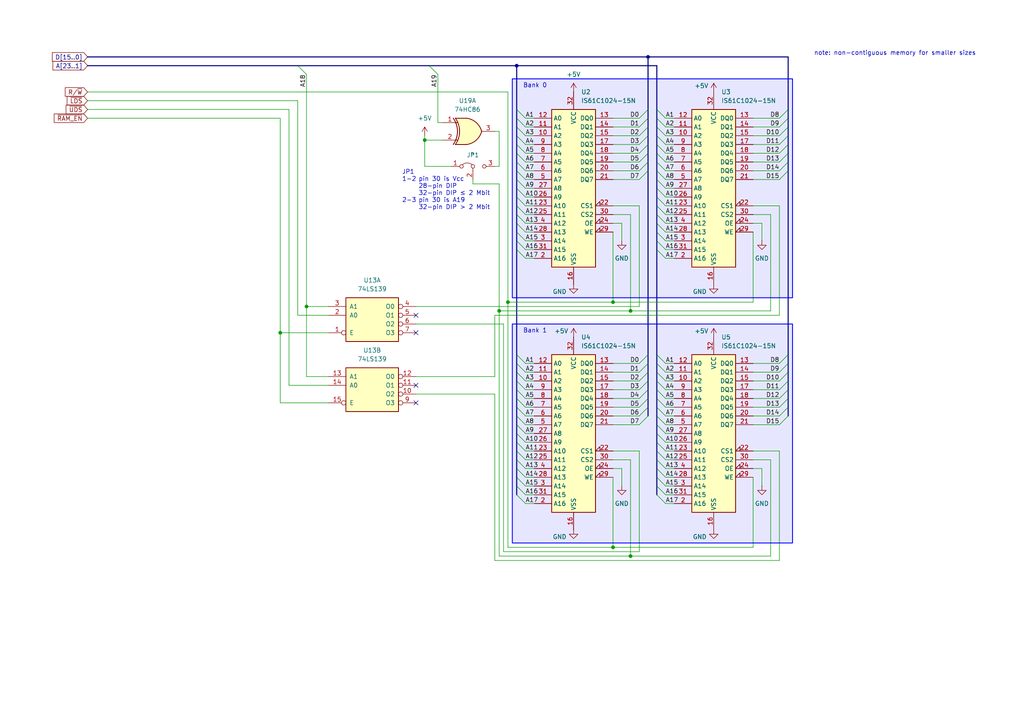
<source format=kicad_sch>
(kicad_sch (version 20231120) (generator "eeschema") (generator_version "8.0")
  (paper "A4")
  (lib_symbols
    (symbol "74xx:74HC86" (pin_names (offset 1.016))
      (property "Reference" "U" (at 0 1.27 0))
      (property "Value" "74HC86" (at 0 -1.27 0))
      (symbol "74HC86_1_0"
        (arc (start -4.4196 -3.81) (mid -3.2033 0) (end -4.4196 3.81) (stroke (width 0.254)))
        (arc (start -3.81 -3.81) (mid -2.589 0) (end -3.81 3.81) (stroke (width 0.254)))
        (arc (start -0.6096 -3.81) (mid 2.1842 -2.5851) (end 3.81 0) (stroke (width 0.254)) (fill (type background)))
        (polyline (pts (xy -3.81 -3.81) (xy -0.635 -3.81)) (stroke (width 0.254)) (fill (type background)))
        (polyline (pts (xy -3.81 3.81) (xy -0.635 3.81)) (stroke (width 0.254)) (fill (type background)))
        (polyline (pts (xy -0.635 3.81) (xy -3.81 3.81) (xy -3.81 3.81) (xy -3.556 3.4036) (xy -3.0226 2.2606) (xy -2.6924 1.0414) (xy -2.6162 -0.254) (xy -2.7686 -1.4986) (xy -3.175 -2.7178) (xy -3.81 -3.81) (xy -3.81 -3.81) (xy -0.635 -3.81)) (stroke (width -25.4)) (fill (type background)))
        (arc (start 3.81 0) (mid 2.1915 2.5936) (end -0.6096 3.81) (stroke (width 0.254)) (fill (type background)))
        (pin input line (at -7.62 2.54 0) (length 4.445) (name "~") (number "1"))
        (pin input line (at -7.62 -2.54 0) (length 4.445) (name "~") (number "2"))
        (pin output line (at 7.62 0 180) (length 3.81) (name "~") (number "3"))
      )
      (symbol "74HC86_1_1"
        (polyline (pts (xy -3.81 -2.54) (xy -3.175 -2.54)) (stroke (width 0.1524)))
        (polyline (pts (xy -3.81 2.54) (xy -3.175 2.54)) (stroke (width 0.1524)))
      )
      (symbol "74HC86_2_0"
        (arc (start -4.4196 -3.81) (mid -3.2033 0) (end -4.4196 3.81) (stroke (width 0.254)))
        (arc (start -3.81 -3.81) (mid -2.589 0) (end -3.81 3.81) (stroke (width 0.254)))
        (arc (start -0.6096 -3.81) (mid 2.1842 -2.5851) (end 3.81 0) (stroke (width 0.254)) (fill (type background)))
        (polyline (pts (xy -3.81 -3.81) (xy -0.635 -3.81)) (stroke (width 0.254)) (fill (type background)))
        (polyline (pts (xy -3.81 3.81) (xy -0.635 3.81)) (stroke (width 0.254)) (fill (type background)))
        (polyline (pts (xy -0.635 3.81) (xy -3.81 3.81) (xy -3.81 3.81) (xy -3.556 3.4036) (xy -3.0226 2.2606) (xy -2.6924 1.0414) (xy -2.6162 -0.254) (xy -2.7686 -1.4986) (xy -3.175 -2.7178) (xy -3.81 -3.81) (xy -3.81 -3.81) (xy -0.635 -3.81)) (stroke (width -25.4)) (fill (type background)))
        (arc (start 3.81 0) (mid 2.1915 2.5936) (end -0.6096 3.81) (stroke (width 0.254)) (fill (type background)))
        (pin input line (at -7.62 2.54 0) (length 4.445) (name "~") (number "4"))
        (pin input line (at -7.62 -2.54 0) (length 4.445) (name "~") (number "5"))
        (pin output line (at 7.62 0 180) (length 3.81) (name "~") (number "6"))
      )
      (symbol "74HC86_2_1"
        (polyline (pts (xy -3.81 -2.54) (xy -3.175 -2.54)) (stroke (width 0.1524)))
        (polyline (pts (xy -3.81 2.54) (xy -3.175 2.54)) (stroke (width 0.1524)))
      )
      (symbol "74HC86_3_0"
        (arc (start -4.4196 -3.81) (mid -3.2033 0) (end -4.4196 3.81) (stroke (width 0.254)))
        (arc (start -3.81 -3.81) (mid -2.589 0) (end -3.81 3.81) (stroke (width 0.254)))
        (arc (start -0.6096 -3.81) (mid 2.1842 -2.5851) (end 3.81 0) (stroke (width 0.254)) (fill (type background)))
        (polyline (pts (xy -3.81 -3.81) (xy -0.635 -3.81)) (stroke (width 0.254)) (fill (type background)))
        (polyline (pts (xy -3.81 3.81) (xy -0.635 3.81)) (stroke (width 0.254)) (fill (type background)))
        (polyline (pts (xy -0.635 3.81) (xy -3.81 3.81) (xy -3.81 3.81) (xy -3.556 3.4036) (xy -3.0226 2.2606) (xy -2.6924 1.0414) (xy -2.6162 -0.254) (xy -2.7686 -1.4986) (xy -3.175 -2.7178) (xy -3.81 -3.81) (xy -3.81 -3.81) (xy -0.635 -3.81)) (stroke (width -25.4)) (fill (type background)))
        (arc (start 3.81 0) (mid 2.1915 2.5936) (end -0.6096 3.81) (stroke (width 0.254)) (fill (type background)))
        (pin input line (at -7.62 -2.54 0) (length 4.445) (name "~") (number "10"))
        (pin output line (at 7.62 0 180) (length 3.81) (name "~") (number "8"))
        (pin input line (at -7.62 2.54 0) (length 4.445) (name "~") (number "9"))
      )
      (symbol "74HC86_3_1"
        (polyline (pts (xy -3.81 -2.54) (xy -3.175 -2.54)) (stroke (width 0.1524)))
        (polyline (pts (xy -3.81 2.54) (xy -3.175 2.54)) (stroke (width 0.1524)))
      )
      (symbol "74HC86_4_0"
        (arc (start -4.4196 -3.81) (mid -3.2033 0) (end -4.4196 3.81) (stroke (width 0.254)))
        (arc (start -3.81 -3.81) (mid -2.589 0) (end -3.81 3.81) (stroke (width 0.254)))
        (arc (start -0.6096 -3.81) (mid 2.1842 -2.5851) (end 3.81 0) (stroke (width 0.254)) (fill (type background)))
        (polyline (pts (xy -3.81 -3.81) (xy -0.635 -3.81)) (stroke (width 0.254)) (fill (type background)))
        (polyline (pts (xy -3.81 3.81) (xy -0.635 3.81)) (stroke (width 0.254)) (fill (type background)))
        (polyline (pts (xy -0.635 3.81) (xy -3.81 3.81) (xy -3.81 3.81) (xy -3.556 3.4036) (xy -3.0226 2.2606) (xy -2.6924 1.0414) (xy -2.6162 -0.254) (xy -2.7686 -1.4986) (xy -3.175 -2.7178) (xy -3.81 -3.81) (xy -3.81 -3.81) (xy -0.635 -3.81)) (stroke (width -25.4)) (fill (type background)))
        (arc (start 3.81 0) (mid 2.1915 2.5936) (end -0.6096 3.81) (stroke (width 0.254)) (fill (type background)))
        (pin output line (at 7.62 0 180) (length 3.81) (name "~") (number "11"))
        (pin input line (at -7.62 2.54 0) (length 4.445) (name "~") (number "12"))
        (pin input line (at -7.62 -2.54 0) (length 4.445) (name "~") (number "13"))
      )
      (symbol "74HC86_4_1"
        (polyline (pts (xy -3.81 -2.54) (xy -3.175 -2.54)) (stroke (width 0.1524)))
        (polyline (pts (xy -3.81 2.54) (xy -3.175 2.54)) (stroke (width 0.1524)))
      )
      (symbol "74HC86_5_0"
        (pin power_in line (at 0 12.7 270) (length 5.08) (name "VCC") (number "14"))
        (pin power_in line (at 0 -12.7 90) (length 5.08) (name "GND") (number "7"))
      )
      (symbol "74HC86_5_1"
        (rectangle (start -5.08 7.62) (end 5.08 -7.62) (stroke (width 0.254)) (fill (type background)))
      )
    )
    (symbol "74xx:74LS139" (pin_names (offset 1.016))
      (property "Reference" "U" (at -7.62 8.89 0))
      (property "Value" "74LS139" (at -7.62 -8.89 0))
      (symbol "74LS139_1_0"
        (pin input inverted (at -12.7 -5.08 0) (length 5.08) (name "E") (number "1"))
        (pin input line (at -12.7 0 0) (length 5.08) (name "A0") (number "2"))
        (pin input line (at -12.7 2.54 0) (length 5.08) (name "A1") (number "3"))
        (pin output inverted (at 12.7 2.54 180) (length 5.08) (name "O0") (number "4"))
        (pin output inverted (at 12.7 0 180) (length 5.08) (name "O1") (number "5"))
        (pin output inverted (at 12.7 -2.54 180) (length 5.08) (name "O2") (number "6"))
        (pin output inverted (at 12.7 -5.08 180) (length 5.08) (name "O3") (number "7"))
      )
      (symbol "74LS139_1_1"
        (rectangle (start -7.62 5.08) (end 7.62 -7.62) (stroke (width 0.254)) (fill (type background)))
      )
      (symbol "74LS139_2_0"
        (pin output inverted (at 12.7 -2.54 180) (length 5.08) (name "O2") (number "10"))
        (pin output inverted (at 12.7 0 180) (length 5.08) (name "O1") (number "11"))
        (pin output inverted (at 12.7 2.54 180) (length 5.08) (name "O0") (number "12"))
        (pin input line (at -12.7 2.54 0) (length 5.08) (name "A1") (number "13"))
        (pin input line (at -12.7 0 0) (length 5.08) (name "A0") (number "14"))
        (pin input inverted (at -12.7 -5.08 0) (length 5.08) (name "E") (number "15"))
        (pin output inverted (at 12.7 -5.08 180) (length 5.08) (name "O3") (number "9"))
      )
      (symbol "74LS139_2_1"
        (rectangle (start -7.62 5.08) (end 7.62 -7.62) (stroke (width 0.254)) (fill (type background)))
      )
      (symbol "74LS139_3_0"
        (pin power_in line (at 0 12.7 270) (length 5.08) (name "VCC") (number "16"))
        (pin power_in line (at 0 -12.7 90) (length 5.08) (name "GND") (number "8"))
      )
      (symbol "74LS139_3_1"
        (rectangle (start -5.08 7.62) (end 5.08 -7.62) (stroke (width 0.254)) (fill (type background)))
      )
    )
    (symbol "Jumper:Jumper_3_Bridged12" (pin_names (offset 0) hide) (exclude_from_sim yes) (in_bom no)
      (property "Reference" "JP" (at -2.54 -2.54 0))
      (property "Value" "Jumper_3_Bridged12" (at 0 2.794 0))
      (symbol "Jumper_3_Bridged12_0_0"
        (circle (center -3.302 0) (radius 0.508))
        (circle (center 0 0) (radius 0.508))
        (circle (center 3.302 0) (radius 0.508))
      )
      (symbol "Jumper_3_Bridged12_0_1"
        (arc (start -0.254 0.508) (mid -1.651 0.9912) (end -3.048 0.508))
        (polyline (pts (xy 0 -1.27) (xy 0 -0.508)))
      )
      (symbol "Jumper_3_Bridged12_1_1"
        (pin passive line (at -6.35 0 0) (length 2.54) (name "A") (number "1"))
        (pin passive line (at 0 -3.81 90) (length 2.54) (name "C") (number "2"))
        (pin passive line (at 6.35 0 180) (length 2.54) (name "B") (number "3"))
      )
    )
    (symbol "ics:IS61C1024-15N"
      (property "Reference" "U" (at -10.16 26.035 0))
      (property "Value" "IS61C1024-15N" (at 2.54 26.035 0))
      (symbol "IS61C1024-15N_0_0"
        (pin power_in line (at 0 -25.4 90) (length 5.08) (name "VSS") (number "16"))
        (pin power_in line (at 0 30.48 270) (length 5.08) (name "VCC") (number "32"))
      )
      (symbol "IS61C1024-15N_0_1"
        (rectangle (start -6.35 25.4) (end 6.35 -20.32) (stroke (width 0.254)) (fill (type background)))
      )
      (symbol "IS61C1024-15N_1_1"
        (pin input line (at -11.43 17.78 0) (length 5.08) (name "A2") (number "10"))
        (pin input line (at -11.43 20.32 0) (length 5.08) (name "A1") (number "11"))
        (pin input line (at -11.43 22.86 0) (length 5.08) (name "A0") (number "12"))
        (pin tri_state line (at 11.43 22.86 180) (length 5.08) (name "DQ0") (number "13"))
        (pin tri_state line (at 11.43 20.32 180) (length 5.08) (name "DQ1") (number "14"))
        (pin tri_state line (at 11.43 17.78 180) (length 5.08) (name "DQ2") (number "15"))
        (pin tri_state line (at 11.43 15.24 180) (length 5.08) (name "DQ3") (number "17"))
        (pin tri_state line (at 11.43 12.7 180) (length 5.08) (name "DQ4") (number "18"))
        (pin tri_state line (at 11.43 10.16 180) (length 5.08) (name "DQ5") (number "19"))
        (pin input line (at -11.43 -17.78 0) (length 5.08) (name "A16") (number "2"))
        (pin tri_state line (at 11.43 7.62 180) (length 5.08) (name "DQ6") (number "20"))
        (pin tri_state line (at 11.43 5.08 180) (length 5.08) (name "DQ7") (number "21"))
        (pin input input_low (at 11.43 -2.54 180) (length 5.08) (name "CS1") (number "22"))
        (pin input line (at -11.43 -2.54 0) (length 5.08) (name "A10") (number "23"))
        (pin input input_low (at 11.43 -7.62 180) (length 5.08) (name "OE") (number "24"))
        (pin input line (at -11.43 -5.08 0) (length 5.08) (name "A11") (number "25"))
        (pin input line (at -11.43 0 0) (length 5.08) (name "A9") (number "26"))
        (pin input line (at -11.43 2.54 0) (length 5.08) (name "A8") (number "27"))
        (pin input line (at -11.43 -10.16 0) (length 5.08) (name "A13") (number "28"))
        (pin input input_low (at 11.43 -10.16 180) (length 5.08) (name "WE") (number "29"))
        (pin input line (at -11.43 -12.7 0) (length 5.08) (name "A14") (number "3"))
        (pin input line (at 11.43 -5.08 180) (length 5.08) (name "CS2") (number "30"))
        (pin input line (at -11.43 -15.24 0) (length 5.08) (name "A15") (number "31"))
        (pin input line (at -11.43 -7.62 0) (length 5.08) (name "A12") (number "4"))
        (pin input line (at -11.43 5.08 0) (length 5.08) (name "A7") (number "5"))
        (pin input line (at -11.43 7.62 0) (length 5.08) (name "A6") (number "6"))
        (pin input line (at -11.43 10.16 0) (length 5.08) (name "A5") (number "7"))
        (pin input line (at -11.43 12.7 0) (length 5.08) (name "A4") (number "8"))
        (pin input line (at -11.43 15.24 0) (length 5.08) (name "A3") (number "9"))
      )
    )
    (symbol "power:+5V" (power) (pin_numbers hide) (pin_names (offset 0) hide)
      (property "Value" "+5V" (at 0 3.556 0))
      (symbol "+5V_0_1"
        (polyline (pts (xy -0.762 1.27) (xy 0 2.54)))
        (polyline (pts (xy 0 0) (xy 0 2.54)))
        (polyline (pts (xy 0 2.54) (xy 0.762 1.27)))
      )
      (symbol "+5V_1_1"
        (pin power_in line (at 0 0 90) (length 0) (name "~") (number "1"))
      )
    )
    (symbol "power:GND" (power) (pin_numbers hide) (pin_names (offset 0) hide)
      (property "Value" "GND" (at 0 -3.81 0))
      (symbol "GND_0_1"
        (polyline (pts (xy 0 0) (xy 0 -1.27) (xy 1.27 -1.27) (xy 0 -2.54) (xy -1.27 -1.27) (xy 0 -1.27)))
      )
      (symbol "GND_1_1"
        (pin power_in line (at 0 0 270) (length 0) (name "~") (number "1"))
      )
    )
  )
  (junction (at 144.78 90.17))
  (junction (at 88.9 88.9))
  (junction (at 177.8 158.75))
  (junction (at 177.8 87.63))
  (junction (at 81.28 96.52))
  (junction (at 147.32 87.63))
  (junction (at 187.96 16.51))
  (junction (at 123.19 40.64))
  (junction (at 149.86 19.05))
  (junction (at 182.88 90.17))
  (junction (at 182.88 161.29))
  (no_connect (at 120.65 116.84))
  (no_connect (at 120.65 91.44))
  (no_connect (at 120.65 96.52))
  (no_connect (at 120.65 111.76))
  (bus_entry (at 149.86 143.51) (size 2.54 2.54))
  (bus_entry (at 149.86 52.07) (size 2.54 2.54))
  (bus_entry (at 149.86 64.77) (size 2.54 2.54))
  (bus_entry (at 228.6 34.29) (size -2.54 2.54))
  (bus_entry (at 149.86 31.75) (size 2.54 2.54))
  (bus_entry (at 190.5 31.75) (size 2.54 2.54))
  (bus_entry (at 190.5 72.39) (size 2.54 2.54))
  (bus_entry (at 190.5 140.97) (size 2.54 2.54))
  (bus_entry (at 149.86 133.35) (size 2.54 2.54))
  (bus_entry (at 190.5 135.89) (size 2.54 2.54))
  (bus_entry (at 190.5 52.07) (size 2.54 2.54))
  (bus_entry (at 190.5 49.53) (size 2.54 2.54))
  (bus_entry (at 187.96 44.45) (size -2.54 2.54))
  (bus_entry (at 190.5 123.19) (size 2.54 2.54))
  (bus_entry (at 190.5 67.31) (size 2.54 2.54))
  (bus_entry (at 190.5 62.23) (size 2.54 2.54))
  (bus_entry (at 190.5 115.57) (size 2.54 2.54))
  (bus_entry (at 149.86 115.57) (size 2.54 2.54))
  (bus_entry (at 190.5 46.99) (size 2.54 2.54))
  (bus_entry (at 228.6 115.57) (size -2.54 2.54))
  (bus_entry (at 190.5 69.85) (size 2.54 2.54))
  (bus_entry (at 149.86 69.85) (size 2.54 2.54))
  (bus_entry (at 228.6 113.03) (size -2.54 2.54))
  (bus_entry (at 228.6 36.83) (size -2.54 2.54))
  (bus_entry (at 187.96 34.29) (size -2.54 2.54))
  (bus_entry (at 187.96 49.53) (size -2.54 2.54))
  (bus_entry (at 190.5 54.61) (size 2.54 2.54))
  (bus_entry (at 149.86 36.83) (size 2.54 2.54))
  (bus_entry (at 190.5 41.91) (size 2.54 2.54))
  (bus_entry (at 190.5 118.11) (size 2.54 2.54))
  (bus_entry (at 187.96 113.03) (size -2.54 2.54))
  (bus_entry (at 187.96 110.49) (size -2.54 2.54))
  (bus_entry (at 228.6 110.49) (size -2.54 2.54))
  (bus_entry (at 187.96 118.11) (size -2.54 2.54))
  (bus_entry (at 149.86 135.89) (size 2.54 2.54))
  (bus_entry (at 149.86 39.37) (size 2.54 2.54))
  (bus_entry (at 187.96 31.75) (size -2.54 2.54))
  (bus_entry (at 190.5 57.15) (size 2.54 2.54))
  (bus_entry (at 228.6 49.53) (size -2.54 2.54))
  (bus_entry (at 86.36 19.05) (size 2.54 2.54))
  (bus_entry (at 190.5 120.65) (size 2.54 2.54))
  (bus_entry (at 228.6 41.91) (size -2.54 2.54))
  (bus_entry (at 228.6 105.41) (size -2.54 2.54))
  (bus_entry (at 149.86 34.29) (size 2.54 2.54))
  (bus_entry (at 190.5 107.95) (size 2.54 2.54))
  (bus_entry (at 187.96 102.87) (size -2.54 2.54))
  (bus_entry (at 149.86 57.15) (size 2.54 2.54))
  (bus_entry (at 149.86 138.43) (size 2.54 2.54))
  (bus_entry (at 228.6 107.95) (size -2.54 2.54))
  (bus_entry (at 149.86 123.19) (size 2.54 2.54))
  (bus_entry (at 190.5 110.49) (size 2.54 2.54))
  (bus_entry (at 149.86 54.61) (size 2.54 2.54))
  (bus_entry (at 190.5 125.73) (size 2.54 2.54))
  (bus_entry (at 190.5 64.77) (size 2.54 2.54))
  (bus_entry (at 190.5 133.35) (size 2.54 2.54))
  (bus_entry (at 190.5 143.51) (size 2.54 2.54))
  (bus_entry (at 187.96 105.41) (size -2.54 2.54))
  (bus_entry (at 187.96 46.99) (size -2.54 2.54))
  (bus_entry (at 124.46 19.05) (size 2.54 2.54))
  (bus_entry (at 190.5 36.83) (size 2.54 2.54))
  (bus_entry (at 149.86 46.99) (size 2.54 2.54))
  (bus_entry (at 228.6 102.87) (size -2.54 2.54))
  (bus_entry (at 187.96 107.95) (size -2.54 2.54))
  (bus_entry (at 228.6 31.75) (size -2.54 2.54))
  (bus_entry (at 190.5 39.37) (size 2.54 2.54))
  (bus_entry (at 190.5 105.41) (size 2.54 2.54))
  (bus_entry (at 190.5 44.45) (size 2.54 2.54))
  (bus_entry (at 187.96 36.83) (size -2.54 2.54))
  (bus_entry (at 149.86 72.39) (size 2.54 2.54))
  (bus_entry (at 149.86 107.95) (size 2.54 2.54))
  (bus_entry (at 149.86 128.27) (size 2.54 2.54))
  (bus_entry (at 149.86 67.31) (size 2.54 2.54))
  (bus_entry (at 187.96 39.37) (size -2.54 2.54))
  (bus_entry (at 228.6 120.65) (size -2.54 2.54))
  (bus_entry (at 190.5 130.81) (size 2.54 2.54))
  (bus_entry (at 149.86 62.23) (size 2.54 2.54))
  (bus_entry (at 149.86 41.91) (size 2.54 2.54))
  (bus_entry (at 228.6 44.45) (size -2.54 2.54))
  (bus_entry (at 190.5 128.27) (size 2.54 2.54))
  (bus_entry (at 149.86 102.87) (size 2.54 2.54))
  (bus_entry (at 149.86 113.03) (size 2.54 2.54))
  (bus_entry (at 149.86 110.49) (size 2.54 2.54))
  (bus_entry (at 149.86 59.69) (size 2.54 2.54))
  (bus_entry (at 149.86 120.65) (size 2.54 2.54))
  (bus_entry (at 190.5 34.29) (size 2.54 2.54))
  (bus_entry (at 190.5 59.69) (size 2.54 2.54))
  (bus_entry (at 228.6 39.37) (size -2.54 2.54))
  (bus_entry (at 149.86 118.11) (size 2.54 2.54))
  (bus_entry (at 190.5 113.03) (size 2.54 2.54))
  (bus_entry (at 228.6 118.11) (size -2.54 2.54))
  (bus_entry (at 190.5 102.87) (size 2.54 2.54))
  (bus_entry (at 187.96 41.91) (size -2.54 2.54))
  (bus_entry (at 187.96 120.65) (size -2.54 2.54))
  (bus_entry (at 149.86 49.53) (size 2.54 2.54))
  (bus_entry (at 149.86 125.73) (size 2.54 2.54))
  (bus_entry (at 149.86 130.81) (size 2.54 2.54))
  (bus_entry (at 149.86 140.97) (size 2.54 2.54))
  (bus_entry (at 228.6 46.99) (size -2.54 2.54))
  (bus_entry (at 149.86 105.41) (size 2.54 2.54))
  (bus_entry (at 190.5 138.43) (size 2.54 2.54))
  (bus_entry (at 149.86 44.45) (size 2.54 2.54))
  (bus_entry (at 187.96 115.57) (size -2.54 2.54))
  (wire (pts (xy 144.78 38.1) (xy 144.78 48.26)))
  (bus (pts (xy 187.96 49.53) (xy 187.96 102.87)))
  (bus (pts (xy 228.6 31.75) (xy 228.6 34.29)))
  (wire (pts (xy 177.8 87.63) (xy 218.44 87.63)))
  (bus (pts (xy 190.5 110.49) (xy 190.5 113.03)))
  (wire (pts (xy 123.19 48.26) (xy 130.81 48.26)))
  (bus (pts (xy 228.6 36.83) (xy 228.6 39.37)))
  (wire (pts (xy 177.8 67.31) (xy 177.8 87.63)))
  (wire (pts (xy 193.04 67.31) (xy 195.58 67.31)))
  (wire (pts (xy 144.78 53.34) (xy 144.78 90.17)))
  (wire (pts (xy 220.98 64.77) (xy 220.98 69.85)))
  (wire (pts (xy 152.4 57.15) (xy 154.94 57.15)))
  (wire (pts (xy 193.04 54.61) (xy 195.58 54.61)))
  (wire (pts (xy 193.04 130.81) (xy 195.58 130.81)))
  (bus (pts (xy 149.86 138.43) (xy 149.86 140.97)))
  (wire (pts (xy 177.8 120.65) (xy 185.42 120.65)))
  (bus (pts (xy 228.6 44.45) (xy 228.6 46.99)))
  (bus (pts (xy 149.86 105.41) (xy 149.86 107.95)))
  (bus (pts (xy 86.36 19.05) (xy 124.46 19.05)))
  (bus (pts (xy 228.6 39.37) (xy 228.6 41.91)))
  (bus (pts (xy 228.6 34.29) (xy 228.6 36.83)))
  (wire (pts (xy 88.9 109.22) (xy 95.25 109.22)))
  (wire (pts (xy 152.4 74.93) (xy 154.94 74.93)))
  (wire (pts (xy 152.4 52.07) (xy 154.94 52.07)))
  (wire (pts (xy 123.19 39.37) (xy 123.19 40.64)))
  (wire (pts (xy 147.32 158.75) (xy 177.8 158.75)))
  (bus (pts (xy 190.5 62.23) (xy 190.5 64.77)))
  (wire (pts (xy 193.04 135.89) (xy 195.58 135.89)))
  (bus (pts (xy 187.96 44.45) (xy 187.96 46.99)))
  (bus (pts (xy 190.5 54.61) (xy 190.5 57.15)))
  (bus (pts (xy 149.86 107.95) (xy 149.86 110.49)))
  (wire (pts (xy 193.04 74.93) (xy 195.58 74.93)))
  (bus (pts (xy 187.96 16.51) (xy 187.96 31.75)))
  (wire (pts (xy 177.8 107.95) (xy 185.42 107.95)))
  (wire (pts (xy 177.8 41.91) (xy 185.42 41.91)))
  (wire (pts (xy 218.44 62.23) (xy 223.52 62.23)))
  (wire (pts (xy 81.28 96.52) (xy 81.28 34.29)))
  (wire (pts (xy 152.4 41.91) (xy 154.94 41.91)))
  (wire (pts (xy 193.04 140.97) (xy 195.58 140.97)))
  (bus (pts (xy 190.5 72.39) (xy 190.5 102.87)))
  (wire (pts (xy 177.8 64.77) (xy 180.34 64.77)))
  (wire (pts (xy 123.19 40.64) (xy 123.19 48.26)))
  (bus (pts (xy 190.5 130.81) (xy 190.5 133.35)))
  (wire (pts (xy 86.36 29.21) (xy 86.36 91.44)))
  (bus (pts (xy 228.6 16.51) (xy 228.6 31.75)))
  (wire (pts (xy 193.04 72.39) (xy 195.58 72.39)))
  (bus (pts (xy 149.86 36.83) (xy 149.86 39.37)))
  (bus (pts (xy 190.5 123.19) (xy 190.5 125.73)))
  (wire (pts (xy 177.8 62.23) (xy 182.88 62.23)))
  (wire (pts (xy 81.28 116.84) (xy 95.25 116.84)))
  (wire (pts (xy 152.4 110.49) (xy 154.94 110.49)))
  (wire (pts (xy 218.44 118.11) (xy 226.06 118.11)))
  (bus (pts (xy 25.4 19.05) (xy 86.36 19.05)))
  (wire (pts (xy 193.04 57.15) (xy 195.58 57.15)))
  (wire (pts (xy 193.04 113.03) (xy 195.58 113.03)))
  (bus (pts (xy 190.5 105.41) (xy 190.5 107.95)))
  (bus (pts (xy 149.86 135.89) (xy 149.86 138.43)))
  (wire (pts (xy 152.4 113.03) (xy 154.94 113.03)))
  (wire (pts (xy 193.04 49.53) (xy 195.58 49.53)))
  (bus (pts (xy 190.5 128.27) (xy 190.5 130.81)))
  (wire (pts (xy 177.8 123.19) (xy 185.42 123.19)))
  (bus (pts (xy 149.86 64.77) (xy 149.86 67.31)))
  (wire (pts (xy 143.51 91.44) (xy 226.06 91.44)))
  (wire (pts (xy 83.82 111.76) (xy 95.25 111.76)))
  (bus (pts (xy 149.86 44.45) (xy 149.86 46.99)))
  (wire (pts (xy 152.4 135.89) (xy 154.94 135.89)))
  (wire (pts (xy 177.8 39.37) (xy 185.42 39.37)))
  (bus (pts (xy 190.5 67.31) (xy 190.5 69.85)))
  (bus (pts (xy 149.86 52.07) (xy 149.86 54.61)))
  (bus (pts (xy 190.5 34.29) (xy 190.5 36.83)))
  (bus (pts (xy 149.86 72.39) (xy 149.86 102.87)))
  (bus (pts (xy 228.6 107.95) (xy 228.6 110.49)))
  (wire (pts (xy 193.04 41.91) (xy 195.58 41.91)))
  (bus (pts (xy 187.96 107.95) (xy 187.96 110.49)))
  (bus (pts (xy 187.96 16.51) (xy 228.6 16.51)))
  (wire (pts (xy 88.9 88.9) (xy 95.25 88.9)))
  (wire (pts (xy 144.78 90.17) (xy 144.78 161.29)))
  (bus (pts (xy 228.6 105.41) (xy 228.6 107.95)))
  (bus (pts (xy 187.96 31.75) (xy 187.96 34.29)))
  (bus (pts (xy 187.96 115.57) (xy 187.96 118.11)))
  (wire (pts (xy 185.42 59.69) (xy 185.42 88.9)))
  (wire (pts (xy 152.4 34.29) (xy 154.94 34.29)))
  (wire (pts (xy 223.52 90.17) (xy 182.88 90.17)))
  (wire (pts (xy 152.4 146.05) (xy 154.94 146.05)))
  (wire (pts (xy 177.8 115.57) (xy 185.42 115.57)))
  (wire (pts (xy 218.44 105.41) (xy 226.06 105.41)))
  (wire (pts (xy 120.65 93.98) (xy 146.05 93.98)))
  (wire (pts (xy 180.34 135.89) (xy 180.34 140.97)))
  (wire (pts (xy 218.44 120.65) (xy 226.06 120.65)))
  (wire (pts (xy 25.4 31.75) (xy 83.82 31.75)))
  (wire (pts (xy 177.8 118.11) (xy 185.42 118.11)))
  (wire (pts (xy 123.19 40.64) (xy 128.27 40.64)))
  (bus (pts (xy 187.96 113.03) (xy 187.96 115.57)))
  (wire (pts (xy 218.44 49.53) (xy 226.06 49.53)))
  (bus (pts (xy 149.86 49.53) (xy 149.86 52.07)))
  (wire (pts (xy 226.06 130.81) (xy 226.06 162.56)))
  (wire (pts (xy 193.04 125.73) (xy 195.58 125.73)))
  (wire (pts (xy 193.04 133.35) (xy 195.58 133.35)))
  (wire (pts (xy 144.78 38.1) (xy 143.51 38.1)))
  (bus (pts (xy 149.86 59.69) (xy 149.86 62.23)))
  (wire (pts (xy 218.44 130.81) (xy 226.06 130.81)))
  (wire (pts (xy 177.8 59.69) (xy 185.42 59.69)))
  (bus (pts (xy 190.5 19.05) (xy 190.5 31.75)))
  (bus (pts (xy 190.5 135.89) (xy 190.5 138.43)))
  (bus (pts (xy 124.46 19.05) (xy 149.86 19.05)))
  (bus (pts (xy 149.86 125.73) (xy 149.86 128.27)))
  (wire (pts (xy 218.44 59.69) (xy 226.06 59.69)))
  (wire (pts (xy 193.04 39.37) (xy 195.58 39.37)))
  (wire (pts (xy 25.4 29.21) (xy 86.36 29.21)))
  (bus (pts (xy 190.5 125.73) (xy 190.5 128.27)))
  (wire (pts (xy 137.16 53.34) (xy 137.16 52.07)))
  (wire (pts (xy 144.78 161.29) (xy 182.88 161.29)))
  (wire (pts (xy 152.4 115.57) (xy 154.94 115.57)))
  (wire (pts (xy 152.4 123.19) (xy 154.94 123.19)))
  (wire (pts (xy 177.8 133.35) (xy 182.88 133.35)))
  (wire (pts (xy 152.4 54.61) (xy 154.94 54.61)))
  (wire (pts (xy 218.44 123.19) (xy 226.06 123.19)))
  (wire (pts (xy 152.4 125.73) (xy 154.94 125.73)))
  (wire (pts (xy 193.04 52.07) (xy 195.58 52.07)))
  (bus (pts (xy 228.6 49.53) (xy 228.6 102.87)))
  (wire (pts (xy 193.04 64.77) (xy 195.58 64.77)))
  (wire (pts (xy 120.65 88.9) (xy 185.42 88.9)))
  (bus (pts (xy 190.5 36.83) (xy 190.5 39.37)))
  (wire (pts (xy 218.44 133.35) (xy 223.52 133.35)))
  (bus (pts (xy 149.86 115.57) (xy 149.86 118.11)))
  (wire (pts (xy 180.34 64.77) (xy 180.34 69.85)))
  (bus (pts (xy 187.96 105.41) (xy 187.96 107.95)))
  (bus (pts (xy 149.86 128.27) (xy 149.86 130.81)))
  (bus (pts (xy 187.96 36.83) (xy 187.96 39.37)))
  (bus (pts (xy 149.86 67.31) (xy 149.86 69.85)))
  (bus (pts (xy 190.5 140.97) (xy 190.5 143.51)))
  (wire (pts (xy 152.4 39.37) (xy 154.94 39.37)))
  (bus (pts (xy 190.5 107.95) (xy 190.5 110.49)))
  (wire (pts (xy 146.05 93.98) (xy 146.05 160.02)))
  (bus (pts (xy 187.96 118.11) (xy 187.96 120.65)))
  (wire (pts (xy 127 21.59) (xy 127 35.56)))
  (wire (pts (xy 147.32 87.63) (xy 147.32 158.75)))
  (wire (pts (xy 25.4 34.29) (xy 81.28 34.29)))
  (wire (pts (xy 218.44 52.07) (xy 226.06 52.07)))
  (bus (pts (xy 149.86 69.85) (xy 149.86 72.39)))
  (bus (pts (xy 190.5 69.85) (xy 190.5 72.39)))
  (wire (pts (xy 177.8 113.03) (xy 185.42 113.03)))
  (bus (pts (xy 190.5 57.15) (xy 190.5 59.69)))
  (wire (pts (xy 218.44 41.91) (xy 226.06 41.91)))
  (bus (pts (xy 187.96 41.91) (xy 187.96 44.45)))
  (wire (pts (xy 218.44 135.89) (xy 220.98 135.89)))
  (wire (pts (xy 223.52 62.23) (xy 223.52 90.17)))
  (wire (pts (xy 218.44 138.43) (xy 218.44 158.75)))
  (wire (pts (xy 218.44 39.37) (xy 226.06 39.37)))
  (wire (pts (xy 223.52 133.35) (xy 223.52 161.29)))
  (bus (pts (xy 190.5 46.99) (xy 190.5 49.53)))
  (wire (pts (xy 177.8 110.49) (xy 185.42 110.49)))
  (wire (pts (xy 193.04 105.41) (xy 195.58 105.41)))
  (wire (pts (xy 220.98 135.89) (xy 220.98 140.97)))
  (wire (pts (xy 177.8 138.43) (xy 177.8 158.75)))
  (bus (pts (xy 187.96 110.49) (xy 187.96 113.03)))
  (wire (pts (xy 152.4 128.27) (xy 154.94 128.27)))
  (bus (pts (xy 228.6 102.87) (xy 228.6 105.41)))
  (bus (pts (xy 149.86 120.65) (xy 149.86 123.19)))
  (bus (pts (xy 149.86 133.35) (xy 149.86 135.89)))
  (wire (pts (xy 152.4 118.11) (xy 154.94 118.11)))
  (wire (pts (xy 152.4 130.81) (xy 154.94 130.81)))
  (wire (pts (xy 152.4 46.99) (xy 154.94 46.99)))
  (bus (pts (xy 190.5 118.11) (xy 190.5 120.65)))
  (wire (pts (xy 86.36 91.44) (xy 95.25 91.44)))
  (wire (pts (xy 152.4 64.77) (xy 154.94 64.77)))
  (bus (pts (xy 149.86 31.75) (xy 149.86 34.29)))
  (wire (pts (xy 177.8 105.41) (xy 185.42 105.41)))
  (bus (pts (xy 190.5 41.91) (xy 190.5 44.45)))
  (wire (pts (xy 218.44 110.49) (xy 226.06 110.49)))
  (wire (pts (xy 182.88 62.23) (xy 182.88 90.17)))
  (bus (pts (xy 187.96 34.29) (xy 187.96 36.83)))
  (bus (pts (xy 149.86 57.15) (xy 149.86 59.69)))
  (wire (pts (xy 177.8 36.83) (xy 185.42 36.83)))
  (bus (pts (xy 190.5 115.57) (xy 190.5 118.11)))
  (bus (pts (xy 190.5 44.45) (xy 190.5 46.99)))
  (bus (pts (xy 190.5 133.35) (xy 190.5 135.89)))
  (wire (pts (xy 152.4 138.43) (xy 154.94 138.43)))
  (wire (pts (xy 152.4 133.35) (xy 154.94 133.35)))
  (wire (pts (xy 81.28 96.52) (xy 81.28 116.84)))
  (wire (pts (xy 144.78 48.26) (xy 143.51 48.26)))
  (bus (pts (xy 149.86 41.91) (xy 149.86 44.45)))
  (bus (pts (xy 149.86 39.37) (xy 149.86 41.91)))
  (bus (pts (xy 149.86 46.99) (xy 149.86 49.53)))
  (wire (pts (xy 177.8 158.75) (xy 218.44 158.75)))
  (bus (pts (xy 187.96 39.37) (xy 187.96 41.91)))
  (wire (pts (xy 88.9 88.9) (xy 88.9 109.22)))
  (wire (pts (xy 152.4 36.83) (xy 154.94 36.83)))
  (wire (pts (xy 193.04 44.45) (xy 195.58 44.45)))
  (bus (pts (xy 190.5 113.03) (xy 190.5 115.57)))
  (bus (pts (xy 149.86 62.23) (xy 149.86 64.77)))
  (bus (pts (xy 190.5 49.53) (xy 190.5 52.07)))
  (wire (pts (xy 218.44 34.29) (xy 226.06 34.29)))
  (wire (pts (xy 226.06 59.69) (xy 226.06 91.44)))
  (wire (pts (xy 193.04 115.57) (xy 195.58 115.57)))
  (wire (pts (xy 177.8 135.89) (xy 180.34 135.89)))
  (wire (pts (xy 152.4 105.41) (xy 154.94 105.41)))
  (bus (pts (xy 149.86 54.61) (xy 149.86 57.15)))
  (wire (pts (xy 143.51 91.44) (xy 143.51 109.22)))
  (wire (pts (xy 128.27 35.56) (xy 127 35.56)))
  (bus (pts (xy 228.6 46.99) (xy 228.6 49.53)))
  (bus (pts (xy 149.86 140.97) (xy 149.86 143.51)))
  (wire (pts (xy 193.04 46.99) (xy 195.58 46.99)))
  (bus (pts (xy 149.86 102.87) (xy 149.86 105.41)))
  (bus (pts (xy 190.5 138.43) (xy 190.5 140.97)))
  (wire (pts (xy 177.8 52.07) (xy 185.42 52.07)))
  (bus (pts (xy 228.6 113.03) (xy 228.6 115.57)))
  (bus (pts (xy 228.6 118.11) (xy 228.6 120.65)))
  (bus (pts (xy 149.86 130.81) (xy 149.86 133.35)))
  (wire (pts (xy 193.04 118.11) (xy 195.58 118.11)))
  (bus (pts (xy 190.5 52.07) (xy 190.5 54.61)))
  (wire (pts (xy 147.32 26.67) (xy 147.32 87.63)))
  (wire (pts (xy 143.51 114.3) (xy 143.51 162.56)))
  (wire (pts (xy 152.4 120.65) (xy 154.94 120.65)))
  (wire (pts (xy 152.4 143.51) (xy 154.94 143.51)))
  (bus (pts (xy 190.5 120.65) (xy 190.5 123.19)))
  (wire (pts (xy 218.44 46.99) (xy 226.06 46.99)))
  (wire (pts (xy 218.44 115.57) (xy 226.06 115.57)))
  (wire (pts (xy 182.88 161.29) (xy 223.52 161.29)))
  (wire (pts (xy 177.8 44.45) (xy 185.42 44.45)))
  (bus (pts (xy 149.86 123.19) (xy 149.86 125.73)))
  (wire (pts (xy 88.9 21.59) (xy 88.9 88.9)))
  (bus (pts (xy 190.5 39.37) (xy 190.5 41.91)))
  (wire (pts (xy 81.28 96.52) (xy 95.25 96.52)))
  (wire (pts (xy 152.4 49.53) (xy 154.94 49.53)))
  (wire (pts (xy 152.4 107.95) (xy 154.94 107.95)))
  (wire (pts (xy 193.04 36.83) (xy 195.58 36.83)))
  (wire (pts (xy 218.44 107.95) (xy 226.06 107.95)))
  (wire (pts (xy 218.44 36.83) (xy 226.06 36.83)))
  (wire (pts (xy 143.51 162.56) (xy 226.06 162.56)))
  (bus (pts (xy 190.5 64.77) (xy 190.5 67.31)))
  (wire (pts (xy 137.16 53.34) (xy 144.78 53.34)))
  (bus (pts (xy 187.96 46.99) (xy 187.96 49.53)))
  (wire (pts (xy 193.04 120.65) (xy 195.58 120.65)))
  (wire (pts (xy 218.44 64.77) (xy 220.98 64.77)))
  (bus (pts (xy 149.86 110.49) (xy 149.86 113.03)))
  (bus (pts (xy 149.86 34.29) (xy 149.86 36.83)))
  (wire (pts (xy 177.8 34.29) (xy 185.42 34.29)))
  (wire (pts (xy 193.04 128.27) (xy 195.58 128.27)))
  (wire (pts (xy 218.44 67.31) (xy 218.44 87.63)))
  (wire (pts (xy 120.65 114.3) (xy 143.51 114.3)))
  (bus (pts (xy 190.5 59.69) (xy 190.5 62.23)))
  (bus (pts (xy 228.6 115.57) (xy 228.6 118.11)))
  (bus (pts (xy 228.6 41.91) (xy 228.6 44.45)))
  (wire (pts (xy 152.4 62.23) (xy 154.94 62.23)))
  (bus (pts (xy 149.86 19.05) (xy 190.5 19.05)))
  (wire (pts (xy 193.04 146.05) (xy 195.58 146.05)))
  (wire (pts (xy 193.04 110.49) (xy 195.58 110.49)))
  (bus (pts (xy 190.5 102.87) (xy 190.5 105.41)))
  (wire (pts (xy 218.44 44.45) (xy 226.06 44.45)))
  (wire (pts (xy 193.04 138.43) (xy 195.58 138.43)))
  (wire (pts (xy 193.04 59.69) (xy 195.58 59.69)))
  (bus (pts (xy 149.86 19.05) (xy 149.86 31.75)))
  (wire (pts (xy 152.4 140.97) (xy 154.94 140.97)))
  (wire (pts (xy 193.04 123.19) (xy 195.58 123.19)))
  (wire (pts (xy 152.4 69.85) (xy 154.94 69.85)))
  (wire (pts (xy 144.78 90.17) (xy 182.88 90.17)))
  (wire (pts (xy 185.42 130.81) (xy 185.42 160.02)))
  (wire (pts (xy 152.4 59.69) (xy 154.94 59.69)))
  (wire (pts (xy 177.8 49.53) (xy 185.42 49.53)))
  (bus (pts (xy 228.6 110.49) (xy 228.6 113.03)))
  (wire (pts (xy 218.44 113.03) (xy 226.06 113.03)))
  (bus (pts (xy 149.86 118.11) (xy 149.86 120.65)))
  (wire (pts (xy 143.51 109.22) (xy 120.65 109.22)))
  (wire (pts (xy 25.4 26.67) (xy 147.32 26.67)))
  (wire (pts (xy 193.04 69.85) (xy 195.58 69.85)))
  (wire (pts (xy 193.04 107.95) (xy 195.58 107.95)))
  (wire (pts (xy 182.88 133.35) (xy 182.88 161.29)))
  (wire (pts (xy 152.4 67.31) (xy 154.94 67.31)))
  (wire (pts (xy 152.4 72.39) (xy 154.94 72.39)))
  (wire (pts (xy 177.8 130.81) (xy 185.42 130.81)))
  (wire (pts (xy 147.32 87.63) (xy 177.8 87.63)))
  (wire (pts (xy 193.04 34.29) (xy 195.58 34.29)))
  (bus (pts (xy 25.4 16.51) (xy 187.96 16.51)))
  (wire (pts (xy 152.4 44.45) (xy 154.94 44.45)))
  (bus (pts (xy 187.96 102.87) (xy 187.96 105.41)))
  (wire (pts (xy 83.82 31.75) (xy 83.82 111.76)))
  (bus (pts (xy 190.5 31.75) (xy 190.5 34.29)))
  (wire (pts (xy 177.8 46.99) (xy 185.42 46.99)))
  (wire (pts (xy 193.04 143.51) (xy 195.58 143.51)))
  (bus (pts (xy 149.86 113.03) (xy 149.86 115.57)))
  (wire (pts (xy 146.05 160.02) (xy 185.42 160.02)))
  (wire (pts (xy 193.04 62.23) (xy 195.58 62.23)))
  (rectangle (start 148.59 22.86) (end 229.87 86.36) (stroke (width 0.254) (color 0 0 255 1)) (fill (type color) (color 0 0 255 0.1)))
  (rectangle (start 148.59 93.98) (end 229.87 157.48) (stroke (width 0.254) (color 0 0 255 1)) (fill (type color) (color 0 0 255 0.1)))
  (text "Bank 0" (at 155.194 24.892 0) (effects (font (size 1.27 1.27))))
  (text "JP1\n1-2	pin 30 is Vcc\n	28-pin DIP\n	32-pin DIP ≤ 2 Mbit\n2-3	pin 30 is A19\n	32-pin DIP > 2 Mbit" (at 116.586 55.118 0) (effects (font (size 1.27 1.27)) (justify left)))
  (text "Bank 1" (at 155.194 96.012 0) (effects (font (size 1.27 1.27))))
  (text "note: non-contiguous memory for smaller sizes" (at 259.588 15.494 0) (effects (font (size 1.27 1.27))))
  (label "D5" (at 185.42 118.11 180))
  (label "D1" (at 185.42 36.83 180))
  (label "D9" (at 226.06 107.95 180))
  (label "D4" (at 185.42 44.45 180))
  (label "A4" (at 152.4 41.91 0))
  (label "A14" (at 193.04 67.31 0))
  (label "A1" (at 193.04 105.41 0))
  (label "D14" (at 226.06 49.53 180))
  (label "A16" (at 152.4 72.39 0))
  (label "A15" (at 193.04 69.85 0))
  (label "A8" (at 152.4 123.19 0))
  (label "A3" (at 152.4 39.37 0))
  (label "D4" (at 185.42 115.57 180))
  (label "A17" (at 193.04 146.05 0))
  (label "A14" (at 152.4 67.31 0))
  (label "A15" (at 152.4 69.85 0))
  (label "A11" (at 152.4 130.81 0))
  (label "D6" (at 185.42 120.65 180))
  (label "A8" (at 152.4 52.07 0))
  (label "A11" (at 193.04 59.69 0))
  (label "A16" (at 193.04 72.39 0))
  (label "A7" (at 193.04 49.53 0))
  (label "A12" (at 152.4 62.23 0))
  (label "D10" (at 226.06 39.37 180))
  (label "D13" (at 226.06 118.11 180))
  (label "A5" (at 152.4 115.57 0))
  (label "A6" (at 152.4 118.11 0))
  (label "D0" (at 185.42 34.29 180))
  (label "A2" (at 152.4 107.95 0))
  (label "A10" (at 152.4 57.15 0))
  (label "A15" (at 193.04 140.97 0))
  (label "A5" (at 152.4 44.45 0))
  (label "A12" (at 152.4 133.35 0))
  (label "A6" (at 152.4 46.99 0))
  (label "A7" (at 152.4 120.65 0))
  (label "A14" (at 193.04 138.43 0))
  (label "A12" (at 193.04 133.35 0))
  (label "A13" (at 193.04 135.89 0))
  (label "A4" (at 152.4 113.03 0))
  (label "A10" (at 193.04 57.15 0))
  (label "A2" (at 152.4 36.83 0))
  (label "A9" (at 152.4 125.73 0))
  (label "D15" (at 226.06 52.07 180))
  (label "D0" (at 185.42 105.41 180))
  (label "D12" (at 226.06 115.57 180))
  (label "D7" (at 185.42 123.19 180))
  (label "D14" (at 226.06 120.65 180))
  (label "A4" (at 193.04 113.03 0))
  (label "D10" (at 226.06 110.49 180))
  (label "D2" (at 185.42 39.37 180))
  (label "A10" (at 152.4 128.27 0))
  (label "D11" (at 226.06 41.91 180))
  (label "A5" (at 193.04 44.45 0))
  (label "A13" (at 152.4 135.89 0))
  (label "D8" (at 226.06 34.29 180))
  (label "A3" (at 152.4 110.49 0))
  (label "D5" (at 185.42 46.99 180))
  (label "A8" (at 193.04 52.07 0))
  (label "D15" (at 226.06 123.19 180))
  (label "D7" (at 185.42 52.07 180))
  (label "A6" (at 193.04 118.11 0))
  (label "A18" (at 88.9 21.59 270))
  (label "A17" (at 152.4 74.93 0))
  (label "A9" (at 152.4 54.61 0))
  (label "A13" (at 152.4 64.77 0))
  (label "A1" (at 193.04 34.29 0))
  (label "A19" (at 127 21.59 270))
  (label "A15" (at 152.4 140.97 0))
  (label "A6" (at 193.04 46.99 0))
  (label "A12" (at 193.04 62.23 0))
  (label "A16" (at 193.04 143.51 0))
  (label "D13" (at 226.06 46.99 180))
  (label "A17" (at 193.04 74.93 0))
  (label "A17" (at 152.4 146.05 0))
  (label "A8" (at 193.04 123.19 0))
  (label "A9" (at 193.04 125.73 0))
  (label "D12" (at 226.06 44.45 180))
  (label "A11" (at 152.4 59.69 0))
  (label "A1" (at 152.4 105.41 0))
  (label "A14" (at 152.4 138.43 0))
  (label "A1" (at 152.4 34.29 0))
  (label "A7" (at 193.04 120.65 0))
  (label "D1" (at 185.42 107.95 180))
  (label "D9" (at 226.06 36.83 180))
  (label "A2" (at 193.04 107.95 0))
  (label "A2" (at 193.04 36.83 0))
  (label "D8" (at 226.06 105.41 180))
  (label "A10" (at 193.04 128.27 0))
  (label "D6" (at 185.42 49.53 180))
  (label "A13" (at 193.04 64.77 0))
  (label "A16" (at 152.4 143.51 0))
  (label "D3" (at 185.42 41.91 180))
  (label "D2" (at 185.42 110.49 180))
  (label "A9" (at 193.04 54.61 0))
  (label "A11" (at 193.04 130.81 0))
  (label "A3" (at 193.04 39.37 0))
  (label "A5" (at 193.04 115.57 0))
  (label "D3" (at 185.42 113.03 180))
  (label "A7" (at 152.4 49.53 0))
  (label "D11" (at 226.06 113.03 180))
  (label "A4" (at 193.04 41.91 0))
  (label "A3" (at 193.04 110.49 0))
  (global_label "A[23..1]" (shape input) (at 25.4 19.05 180) (property "Intersheetrefs" "${INTERSHEET_REFS}" (at 14.7947 19.05 0) (effects (justify right))))
  (global_label "R{slash}~{W}" (shape input) (at 25.4 26.67 180) (property "Intersheetrefs" "${INTERSHEET_REFS}" (at 18.3629 26.67 0) (effects (justify right))))
  (global_label "~{RAM_EN}" (shape input) (at 25.4 34.29 180) (property "Intersheetrefs" "${INTERSHEET_REFS}" (at 15.1577 34.29 0) (effects (justify right))))
  (global_label "~{UDS}" (shape input) (at 25.4 31.75 180) (property "Intersheetrefs" "${INTERSHEET_REFS}" (at 18.6048 31.75 0) (effects (justify right))))
  (global_label "D[15..0]" (shape input) (at 25.4 16.51 180) (property "Intersheetrefs" "${INTERSHEET_REFS}" (at 14.6133 16.51 0) (effects (justify right))))
  (global_label "~{LDS}" (shape input) (at 25.4 29.21 180) (property "Intersheetrefs" "${INTERSHEET_REFS}" (at 18.9072 29.21 0) (effects (justify right))))
  (symbol (lib_id "ics:IS61C1024-15N") (at 166.37 57.15 0) (unit 1)
    (property "Reference" "U2" (at 168.5641 26.67 0) (effects (justify left)))
    (property "Value" "IS61C1024-15N" (at 168.5641 29.21 0) (effects (justify left)))
    (property "Footprint" "Package_DIP:DIP-32_W7.62mm" (effects (hide yes)))
    (property "Datasheet" "https://4donline.ihs.com/images/VipMasterIC/IC/WBND/WBNDS023/WBNDS023-1.pdf?hkey=EF798316E3902B6ED9A73243A3159BB0" (effects (hide yes)))
    (property "Description" "1024K x 8 CMOS SRAM, SDIP-32" (effects (hide yes)))
  )
  (symbol (lib_id "ics:IS61C1024-15N") (at 166.37 128.27 0) (unit 1)
    (property "Reference" "U4" (at 168.5641 97.79 0) (effects (justify left)))
    (property "Value" "IS61C1024-15N" (at 168.5641 100.33 0) (effects (justify left)))
    (property "Footprint" "Package_DIP:DIP-32_W7.62mm" (effects (hide yes)))
    (property "Datasheet" "https://4donline.ihs.com/images/VipMasterIC/IC/WBND/WBNDS023/WBNDS023-1.pdf?hkey=EF798316E3902B6ED9A73243A3159BB0" (effects (hide yes)))
    (property "Description" "1024K x 8 CMOS SRAM, SDIP-32" (effects (hide yes)))
  )
  (symbol (lib_id "power:GND") (at 166.37 82.55 0) (unit 1)
    (property "Reference" "#PWR01" (effects (hide yes)))
    (property "Value" "GND" (at 162.306 84.582 0))
    (property "Description" "Power symbol creates a global label with name \"GND\" , ground" (effects (hide yes)))
  )
  (symbol (lib_id "power:GND") (at 207.01 82.55 0) (unit 1)
    (property "Reference" "#PWR010" (effects (hide yes)))
    (property "Value" "GND" (at 202.946 84.582 0))
    (property "Description" "Power symbol creates a global label with name \"GND\" , ground" (effects (hide yes)))
  )
  (symbol (lib_id "power:+5V") (at 123.19 39.37 0) (unit 1)
    (property "Reference" "#PWR014" (effects (hide yes)))
    (property "Value" "+5V" (at 123.19 34.29 0))
    (property "Description" "Power symbol creates a global label with name \"+5V\"" (effects (hide yes)))
  )
  (symbol (lib_id "74xx:74LS139") (at 107.95 111.76 0) (unit 2)
    (property "Reference" "U13" (at 107.95 101.6 0))
    (property "Value" "74LS139" (at 107.95 104.14 0))
    (property "Datasheet" "http://www.ti.com/lit/ds/symlink/sn74ls139a.pdf" (effects (hide yes)))
    (property "Description" "Dual Decoder 1 of 4, Active low outputs" (effects (hide yes)))
  )
  (symbol (lib_id "74xx:74HC86") (at 135.89 38.1 0) (unit 1)
    (property "Reference" "U19" (at 135.5852 29.21 0))
    (property "Value" "74HC86" (at 135.5852 31.75 0))
    (property "Datasheet" "http://www.ti.com/lit/gpn/sn74HC86" (effects (hide yes)))
    (property "Description" "Quad 2-input XOR" (effects (hide yes)))
  )
  (symbol (lib_id "power:GND") (at 220.98 140.97 0) (unit 1)
    (property "Reference" "#PWR017" (effects (hide yes)))
    (property "Value" "GND" (at 220.98 146.05 0))
    (property "Description" "Power symbol creates a global label with name \"GND\" , ground" (effects (hide yes)))
  )
  (symbol (lib_id "power:+5V") (at 166.37 97.79 0) (unit 1)
    (property "Reference" "#PWR012" (effects (hide yes)))
    (property "Value" "+5V" (at 162.814 96.012 0))
    (property "Description" "Power symbol creates a global label with name \"+5V\"" (effects (hide yes)))
  )
  (symbol (lib_id "ics:IS61C1024-15N") (at 207.01 128.27 0) (unit 1)
    (property "Reference" "U5" (at 209.2041 97.79 0) (effects (justify left)))
    (property "Value" "IS61C1024-15N" (at 209.2041 100.33 0) (effects (justify left)))
    (property "Footprint" "Package_DIP:DIP-32_W7.62mm" (effects (hide yes)))
    (property "Datasheet" "https://4donline.ihs.com/images/VipMasterIC/IC/WBND/WBNDS023/WBNDS023-1.pdf?hkey=EF798316E3902B6ED9A73243A3159BB0" (effects (hide yes)))
    (property "Description" "1024K x 8 CMOS SRAM, SDIP-32" (effects (hide yes)))
  )
  (symbol (lib_id "power:GND") (at 180.34 69.85 0) (unit 1)
    (property "Reference" "#PWR03" (effects (hide yes)))
    (property "Value" "GND" (at 180.34 74.93 0))
    (property "Description" "Power symbol creates a global label with name \"GND\" , ground" (effects (hide yes)))
  )
  (symbol (lib_id "power:GND") (at 180.34 140.97 0) (unit 1)
    (property "Reference" "#PWR020" (effects (hide yes)))
    (property "Value" "GND" (at 180.34 146.05 0))
    (property "Description" "Power symbol creates a global label with name \"GND\" , ground" (effects (hide yes)))
  )
  (symbol (lib_id "power:+5V") (at 166.37 26.67 0) (unit 1)
    (property "Reference" "#PWR02" (effects (hide yes)))
    (property "Value" "+5V" (at 166.37 21.59 0))
    (property "Description" "Power symbol creates a global label with name \"+5V\"" (effects (hide yes)))
  )
  (symbol (lib_id "Jumper:Jumper_3_Bridged12") (at 137.16 48.26 0) (unit 1) (exclude_from_sim yes) (in_bom no)
    (property "Reference" "JP1" (at 137.16 44.958 0))
    (property "Value" "~" (at 137.16 44.45 0))
    (property "Description" "Jumper, 3-pole, pins 1+2 closed/bridged" (effects (hide yes)))
  )
  (symbol (lib_id "power:+5V") (at 207.01 97.79 0) (unit 1)
    (property "Reference" "#PWR015" (effects (hide yes)))
    (property "Value" "+5V" (at 203.454 96.012 0))
    (property "Description" "Power symbol creates a global label with name \"+5V\"" (effects (hide yes)))
  )
  (symbol (lib_id "power:GND") (at 207.01 153.67 0) (unit 1)
    (property "Reference" "#PWR016" (effects (hide yes)))
    (property "Value" "GND" (at 202.946 155.702 0))
    (property "Description" "Power symbol creates a global label with name \"GND\" , ground" (effects (hide yes)))
  )
  (symbol (lib_id "power:GND") (at 220.98 69.85 0) (unit 1)
    (property "Reference" "#PWR011" (effects (hide yes)))
    (property "Value" "GND" (at 220.98 74.93 0))
    (property "Description" "Power symbol creates a global label with name \"GND\" , ground" (effects (hide yes)))
  )
  (symbol (lib_id "power:GND") (at 166.37 153.67 0) (unit 1)
    (property "Reference" "#PWR013" (effects (hide yes)))
    (property "Value" "GND" (at 162.306 155.702 0))
    (property "Description" "Power symbol creates a global label with name \"GND\" , ground" (effects (hide yes)))
  )
  (symbol (lib_id "74xx:74LS139") (at 107.95 91.44 0) (unit 1)
    (property "Reference" "U13" (at 107.95 81.28 0))
    (property "Value" "74LS139" (at 107.95 83.82 0))
    (property "Datasheet" "http://www.ti.com/lit/ds/symlink/sn74ls139a.pdf" (effects (hide yes)))
    (property "Description" "Dual Decoder 1 of 4, Active low outputs" (effects (hide yes)))
  )
  (symbol (lib_id "ics:IS61C1024-15N") (at 207.01 57.15 0) (unit 1)
    (property "Reference" "U3" (at 209.2041 26.67 0) (effects (justify left)))
    (property "Value" "IS61C1024-15N" (at 209.2041 29.21 0) (effects (justify left)))
    (property "Footprint" "Package_DIP:DIP-32_W7.62mm" (effects (hide yes)))
    (property "Datasheet" "https://4donline.ihs.com/images/VipMasterIC/IC/WBND/WBNDS023/WBNDS023-1.pdf?hkey=EF798316E3902B6ED9A73243A3159BB0" (effects (hide yes)))
    (property "Description" "1024K x 8 CMOS SRAM, SDIP-32" (effects (hide yes)))
  )
  (symbol (lib_id "power:+5V") (at 207.01 26.67 0) (unit 1)
    (property "Reference" "#PWR09" (effects (hide yes)))
    (property "Value" "+5V" (at 203.454 24.892 0))
    (property "Description" "Power symbol creates a global label with name \"+5V\"" (effects (hide yes)))
  )
)
</source>
